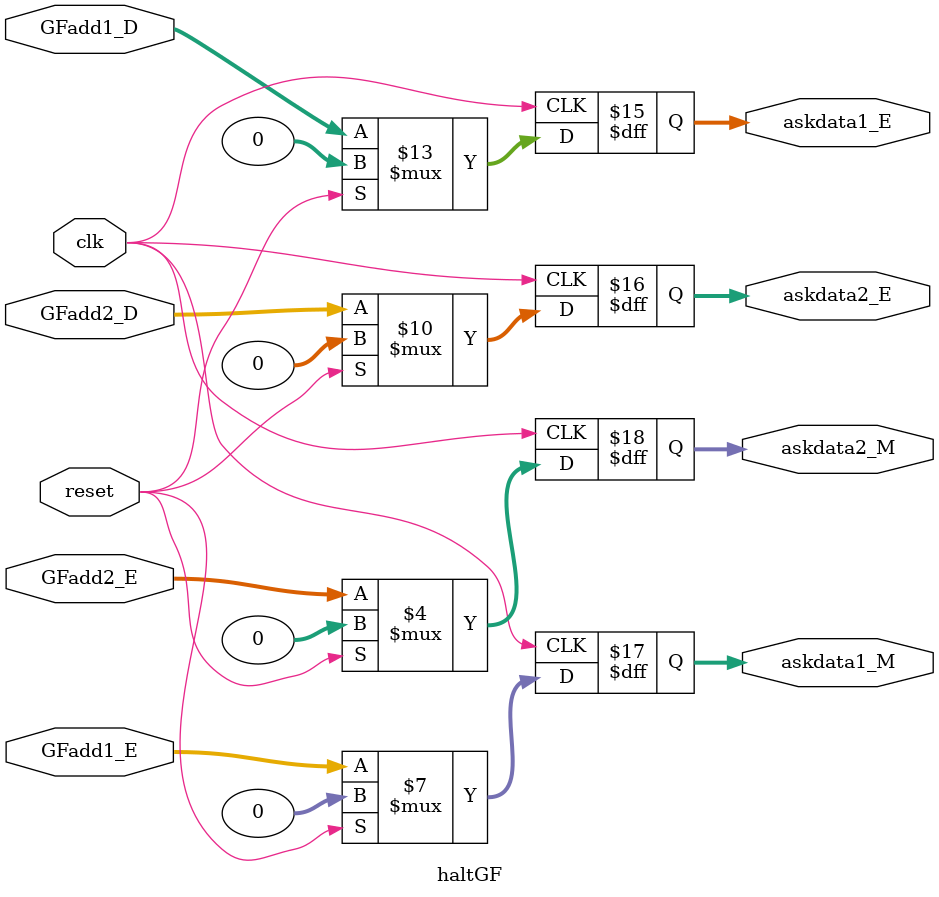
<source format=v>
`timescale 1ns / 1ps
module haltGF(
	input clk,
   input reset,
	input [31:0] GFadd1_D,
	input [31:0] GFadd2_D,
	input [31:0] GFadd1_E,
	input [31:0] GFadd2_E,
	
	output reg [31:0] askdata1_E,
	output reg [31:0] askdata2_E,
	output reg [31:0] askdata1_M,
	output reg [31:0] askdata2_M
    );
	
	initial begin
			askdata1_E <= 32'b0;
					askdata2_E <= 32'b0;
					askdata1_M <= 32'b0;
					askdata2_M <= 32'b0;
			
	end
	 always @(posedge clk)
		begin
			if(reset)
				begin
					askdata1_E <= 32'b0;
					askdata2_E <= 32'b0;
					askdata1_M <= 32'b0;
					askdata2_M <= 32'b0;
				end
			else
				begin
					askdata1_E <= GFadd1_D;
					askdata2_E <= GFadd2_D;
					askdata1_M <= GFadd1_E;
					askdata2_M <= GFadd2_E;
				end
		end


endmodule

</source>
